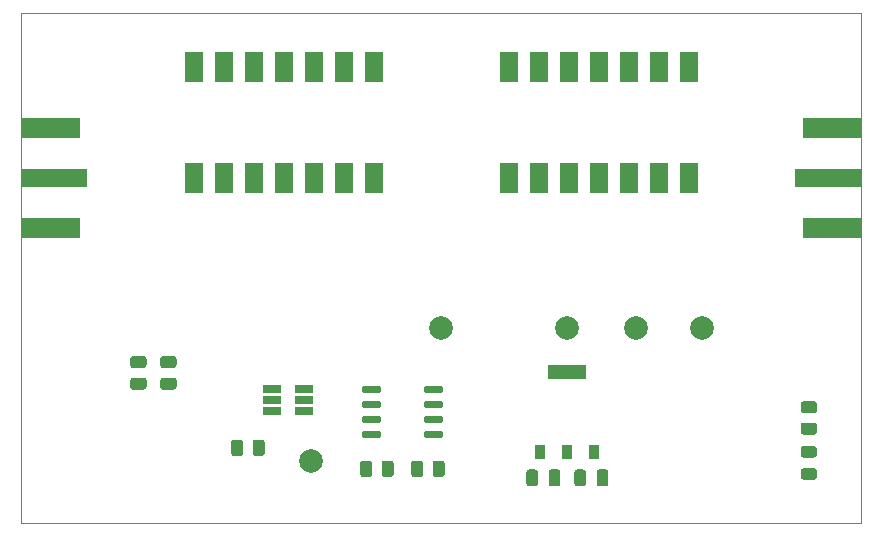
<source format=gtp>
%TF.GenerationSoftware,KiCad,Pcbnew,(5.1.10)-1*%
%TF.CreationDate,2021-05-13T13:34:22-04:00*%
%TF.ProjectId,Phase Shifter Module,50686173-6520-4536-9869-66746572204d,rev?*%
%TF.SameCoordinates,Original*%
%TF.FileFunction,Paste,Top*%
%TF.FilePolarity,Positive*%
%FSLAX46Y46*%
G04 Gerber Fmt 4.6, Leading zero omitted, Abs format (unit mm)*
G04 Created by KiCad (PCBNEW (5.1.10)-1) date 2021-05-13 13:34:22*
%MOMM*%
%LPD*%
G01*
G04 APERTURE LIST*
%TA.AperFunction,Profile*%
%ADD10C,0.050000*%
%TD*%
%ADD11C,2.000000*%
%ADD12R,5.600000X1.600000*%
%ADD13R,5.000000X1.800000*%
%ADD14R,1.560000X0.650000*%
%ADD15R,1.650000X2.540000*%
%ADD16R,3.200000X1.250000*%
%ADD17R,0.950000X1.250000*%
G04 APERTURE END LIST*
D10*
X175260000Y-76200000D02*
X104140000Y-76200000D01*
X175260000Y-119380000D02*
X175260000Y-76200000D01*
X104140000Y-119380000D02*
X175260000Y-119380000D01*
X104140000Y-76200000D02*
X104140000Y-119380000D01*
%TO.C,IC3*%
G36*
G01*
X138198000Y-108227000D02*
X138198000Y-107927000D01*
G75*
G02*
X138348000Y-107777000I150000J0D01*
G01*
X139698000Y-107777000D01*
G75*
G02*
X139848000Y-107927000I0J-150000D01*
G01*
X139848000Y-108227000D01*
G75*
G02*
X139698000Y-108377000I-150000J0D01*
G01*
X138348000Y-108377000D01*
G75*
G02*
X138198000Y-108227000I0J150000D01*
G01*
G37*
G36*
G01*
X138198000Y-109497000D02*
X138198000Y-109197000D01*
G75*
G02*
X138348000Y-109047000I150000J0D01*
G01*
X139698000Y-109047000D01*
G75*
G02*
X139848000Y-109197000I0J-150000D01*
G01*
X139848000Y-109497000D01*
G75*
G02*
X139698000Y-109647000I-150000J0D01*
G01*
X138348000Y-109647000D01*
G75*
G02*
X138198000Y-109497000I0J150000D01*
G01*
G37*
G36*
G01*
X138198000Y-110767000D02*
X138198000Y-110467000D01*
G75*
G02*
X138348000Y-110317000I150000J0D01*
G01*
X139698000Y-110317000D01*
G75*
G02*
X139848000Y-110467000I0J-150000D01*
G01*
X139848000Y-110767000D01*
G75*
G02*
X139698000Y-110917000I-150000J0D01*
G01*
X138348000Y-110917000D01*
G75*
G02*
X138198000Y-110767000I0J150000D01*
G01*
G37*
G36*
G01*
X138198000Y-112037000D02*
X138198000Y-111737000D01*
G75*
G02*
X138348000Y-111587000I150000J0D01*
G01*
X139698000Y-111587000D01*
G75*
G02*
X139848000Y-111737000I0J-150000D01*
G01*
X139848000Y-112037000D01*
G75*
G02*
X139698000Y-112187000I-150000J0D01*
G01*
X138348000Y-112187000D01*
G75*
G02*
X138198000Y-112037000I0J150000D01*
G01*
G37*
G36*
G01*
X132948000Y-112037000D02*
X132948000Y-111737000D01*
G75*
G02*
X133098000Y-111587000I150000J0D01*
G01*
X134448000Y-111587000D01*
G75*
G02*
X134598000Y-111737000I0J-150000D01*
G01*
X134598000Y-112037000D01*
G75*
G02*
X134448000Y-112187000I-150000J0D01*
G01*
X133098000Y-112187000D01*
G75*
G02*
X132948000Y-112037000I0J150000D01*
G01*
G37*
G36*
G01*
X132948000Y-110767000D02*
X132948000Y-110467000D01*
G75*
G02*
X133098000Y-110317000I150000J0D01*
G01*
X134448000Y-110317000D01*
G75*
G02*
X134598000Y-110467000I0J-150000D01*
G01*
X134598000Y-110767000D01*
G75*
G02*
X134448000Y-110917000I-150000J0D01*
G01*
X133098000Y-110917000D01*
G75*
G02*
X132948000Y-110767000I0J150000D01*
G01*
G37*
G36*
G01*
X132948000Y-109497000D02*
X132948000Y-109197000D01*
G75*
G02*
X133098000Y-109047000I150000J0D01*
G01*
X134448000Y-109047000D01*
G75*
G02*
X134598000Y-109197000I0J-150000D01*
G01*
X134598000Y-109497000D01*
G75*
G02*
X134448000Y-109647000I-150000J0D01*
G01*
X133098000Y-109647000D01*
G75*
G02*
X132948000Y-109497000I0J150000D01*
G01*
G37*
G36*
G01*
X132948000Y-108227000D02*
X132948000Y-107927000D01*
G75*
G02*
X133098000Y-107777000I150000J0D01*
G01*
X134448000Y-107777000D01*
G75*
G02*
X134598000Y-107927000I0J-150000D01*
G01*
X134598000Y-108227000D01*
G75*
G02*
X134448000Y-108377000I-150000J0D01*
G01*
X133098000Y-108377000D01*
G75*
G02*
X132948000Y-108227000I0J150000D01*
G01*
G37*
%TD*%
%TO.C,R2*%
G36*
G01*
X138157000Y-114357999D02*
X138157000Y-115258001D01*
G75*
G02*
X137907001Y-115508000I-249999J0D01*
G01*
X137381999Y-115508000D01*
G75*
G02*
X137132000Y-115258001I0J249999D01*
G01*
X137132000Y-114357999D01*
G75*
G02*
X137381999Y-114108000I249999J0D01*
G01*
X137907001Y-114108000D01*
G75*
G02*
X138157000Y-114357999I0J-249999D01*
G01*
G37*
G36*
G01*
X139982000Y-114357999D02*
X139982000Y-115258001D01*
G75*
G02*
X139732001Y-115508000I-249999J0D01*
G01*
X139206999Y-115508000D01*
G75*
G02*
X138957000Y-115258001I0J249999D01*
G01*
X138957000Y-114357999D01*
G75*
G02*
X139206999Y-114108000I249999J0D01*
G01*
X139732001Y-114108000D01*
G75*
G02*
X139982000Y-114357999I0J-249999D01*
G01*
G37*
%TD*%
%TO.C,R1*%
G36*
G01*
X133839000Y-114357999D02*
X133839000Y-115258001D01*
G75*
G02*
X133589001Y-115508000I-249999J0D01*
G01*
X133063999Y-115508000D01*
G75*
G02*
X132814000Y-115258001I0J249999D01*
G01*
X132814000Y-114357999D01*
G75*
G02*
X133063999Y-114108000I249999J0D01*
G01*
X133589001Y-114108000D01*
G75*
G02*
X133839000Y-114357999I0J-249999D01*
G01*
G37*
G36*
G01*
X135664000Y-114357999D02*
X135664000Y-115258001D01*
G75*
G02*
X135414001Y-115508000I-249999J0D01*
G01*
X134888999Y-115508000D01*
G75*
G02*
X134639000Y-115258001I0J249999D01*
G01*
X134639000Y-114357999D01*
G75*
G02*
X134888999Y-114108000I249999J0D01*
G01*
X135414001Y-114108000D01*
G75*
G02*
X135664000Y-114357999I0J-249999D01*
G01*
G37*
%TD*%
%TO.C,R6*%
G36*
G01*
X171265001Y-110090000D02*
X170364999Y-110090000D01*
G75*
G02*
X170115000Y-109840001I0J249999D01*
G01*
X170115000Y-109314999D01*
G75*
G02*
X170364999Y-109065000I249999J0D01*
G01*
X171265001Y-109065000D01*
G75*
G02*
X171515000Y-109314999I0J-249999D01*
G01*
X171515000Y-109840001D01*
G75*
G02*
X171265001Y-110090000I-249999J0D01*
G01*
G37*
G36*
G01*
X171265001Y-111915000D02*
X170364999Y-111915000D01*
G75*
G02*
X170115000Y-111665001I0J249999D01*
G01*
X170115000Y-111139999D01*
G75*
G02*
X170364999Y-110890000I249999J0D01*
G01*
X171265001Y-110890000D01*
G75*
G02*
X171515000Y-111139999I0J-249999D01*
G01*
X171515000Y-111665001D01*
G75*
G02*
X171265001Y-111915000I-249999J0D01*
G01*
G37*
%TD*%
%TO.C,D1*%
G36*
G01*
X171271250Y-113850000D02*
X170358750Y-113850000D01*
G75*
G02*
X170115000Y-113606250I0J243750D01*
G01*
X170115000Y-113118750D01*
G75*
G02*
X170358750Y-112875000I243750J0D01*
G01*
X171271250Y-112875000D01*
G75*
G02*
X171515000Y-113118750I0J-243750D01*
G01*
X171515000Y-113606250D01*
G75*
G02*
X171271250Y-113850000I-243750J0D01*
G01*
G37*
G36*
G01*
X171271250Y-115725000D02*
X170358750Y-115725000D01*
G75*
G02*
X170115000Y-115481250I0J243750D01*
G01*
X170115000Y-114993750D01*
G75*
G02*
X170358750Y-114750000I243750J0D01*
G01*
X171271250Y-114750000D01*
G75*
G02*
X171515000Y-114993750I0J-243750D01*
G01*
X171515000Y-115481250D01*
G75*
G02*
X171271250Y-115725000I-243750J0D01*
G01*
G37*
%TD*%
D11*
%TO.C,V_DAC1*%
X128651000Y-114173000D03*
%TD*%
%TO.C,V_Bias1*%
X139700000Y-102870000D03*
%TD*%
%TO.C,GND1*%
X156210000Y-102870000D03*
%TD*%
%TO.C,5V1*%
X150368000Y-102870000D03*
%TD*%
%TO.C,12V1*%
X161798000Y-102870000D03*
%TD*%
D12*
%TO.C,J2*%
X106940000Y-90170000D03*
D13*
X106640000Y-94420000D03*
X106640000Y-85920000D03*
%TD*%
D12*
%TO.C,J3*%
X172460000Y-90170000D03*
D13*
X172760000Y-85920000D03*
X172760000Y-94420000D03*
%TD*%
%TO.C,R5*%
G36*
G01*
X122917000Y-112579998D02*
X122917000Y-113480002D01*
G75*
G02*
X122667002Y-113730000I-249998J0D01*
G01*
X122141998Y-113730000D01*
G75*
G02*
X121892000Y-113480002I0J249998D01*
G01*
X121892000Y-112579998D01*
G75*
G02*
X122141998Y-112330000I249998J0D01*
G01*
X122667002Y-112330000D01*
G75*
G02*
X122917000Y-112579998I0J-249998D01*
G01*
G37*
G36*
G01*
X124742000Y-112579998D02*
X124742000Y-113480002D01*
G75*
G02*
X124492002Y-113730000I-249998J0D01*
G01*
X123966998Y-113730000D01*
G75*
G02*
X123717000Y-113480002I0J249998D01*
G01*
X123717000Y-112579998D01*
G75*
G02*
X123966998Y-112330000I249998J0D01*
G01*
X124492002Y-112330000D01*
G75*
G02*
X124742000Y-112579998I0J-249998D01*
G01*
G37*
%TD*%
D14*
%TO.C,IC1*%
X128096000Y-109916000D03*
X128096000Y-108966000D03*
X128096000Y-108016000D03*
X125396000Y-108016000D03*
X125396000Y-109916000D03*
X125396000Y-108966000D03*
%TD*%
D15*
%TO.C,U2*%
X145415000Y-90159200D03*
X147955000Y-90159200D03*
X150495000Y-90159200D03*
X153035000Y-90159200D03*
X155575000Y-90159200D03*
X158115000Y-90159200D03*
X160655000Y-90159200D03*
X160655000Y-80759200D03*
X158115000Y-80759200D03*
X155575000Y-80759200D03*
X153035000Y-80759200D03*
X150495000Y-80759200D03*
X147955000Y-80759200D03*
X145415000Y-80759200D03*
%TD*%
%TO.C,R4*%
G36*
G01*
X114496002Y-106280000D02*
X113595998Y-106280000D01*
G75*
G02*
X113346000Y-106030002I0J249998D01*
G01*
X113346000Y-105504998D01*
G75*
G02*
X113595998Y-105255000I249998J0D01*
G01*
X114496002Y-105255000D01*
G75*
G02*
X114746000Y-105504998I0J-249998D01*
G01*
X114746000Y-106030002D01*
G75*
G02*
X114496002Y-106280000I-249998J0D01*
G01*
G37*
G36*
G01*
X114496002Y-108105000D02*
X113595998Y-108105000D01*
G75*
G02*
X113346000Y-107855002I0J249998D01*
G01*
X113346000Y-107329998D01*
G75*
G02*
X113595998Y-107080000I249998J0D01*
G01*
X114496002Y-107080000D01*
G75*
G02*
X114746000Y-107329998I0J-249998D01*
G01*
X114746000Y-107855002D01*
G75*
G02*
X114496002Y-108105000I-249998J0D01*
G01*
G37*
%TD*%
%TO.C,R3*%
G36*
G01*
X117036002Y-106280000D02*
X116135998Y-106280000D01*
G75*
G02*
X115886000Y-106030002I0J249998D01*
G01*
X115886000Y-105504998D01*
G75*
G02*
X116135998Y-105255000I249998J0D01*
G01*
X117036002Y-105255000D01*
G75*
G02*
X117286000Y-105504998I0J-249998D01*
G01*
X117286000Y-106030002D01*
G75*
G02*
X117036002Y-106280000I-249998J0D01*
G01*
G37*
G36*
G01*
X117036002Y-108105000D02*
X116135998Y-108105000D01*
G75*
G02*
X115886000Y-107855002I0J249998D01*
G01*
X115886000Y-107329998D01*
G75*
G02*
X116135998Y-107080000I249998J0D01*
G01*
X117036002Y-107080000D01*
G75*
G02*
X117286000Y-107329998I0J-249998D01*
G01*
X117286000Y-107855002D01*
G75*
G02*
X117036002Y-108105000I-249998J0D01*
G01*
G37*
%TD*%
%TO.C,C1*%
G36*
G01*
X149786000Y-115095000D02*
X149786000Y-116045000D01*
G75*
G02*
X149536000Y-116295000I-250000J0D01*
G01*
X149036000Y-116295000D01*
G75*
G02*
X148786000Y-116045000I0J250000D01*
G01*
X148786000Y-115095000D01*
G75*
G02*
X149036000Y-114845000I250000J0D01*
G01*
X149536000Y-114845000D01*
G75*
G02*
X149786000Y-115095000I0J-250000D01*
G01*
G37*
G36*
G01*
X147886000Y-115095000D02*
X147886000Y-116045000D01*
G75*
G02*
X147636000Y-116295000I-250000J0D01*
G01*
X147136000Y-116295000D01*
G75*
G02*
X146886000Y-116045000I0J250000D01*
G01*
X146886000Y-115095000D01*
G75*
G02*
X147136000Y-114845000I250000J0D01*
G01*
X147636000Y-114845000D01*
G75*
G02*
X147886000Y-115095000I0J-250000D01*
G01*
G37*
%TD*%
%TO.C,C2*%
G36*
G01*
X153850000Y-115095000D02*
X153850000Y-116045000D01*
G75*
G02*
X153600000Y-116295000I-250000J0D01*
G01*
X153100000Y-116295000D01*
G75*
G02*
X152850000Y-116045000I0J250000D01*
G01*
X152850000Y-115095000D01*
G75*
G02*
X153100000Y-114845000I250000J0D01*
G01*
X153600000Y-114845000D01*
G75*
G02*
X153850000Y-115095000I0J-250000D01*
G01*
G37*
G36*
G01*
X151950000Y-115095000D02*
X151950000Y-116045000D01*
G75*
G02*
X151700000Y-116295000I-250000J0D01*
G01*
X151200000Y-116295000D01*
G75*
G02*
X150950000Y-116045000I0J250000D01*
G01*
X150950000Y-115095000D01*
G75*
G02*
X151200000Y-114845000I250000J0D01*
G01*
X151700000Y-114845000D01*
G75*
G02*
X151950000Y-115095000I0J-250000D01*
G01*
G37*
%TD*%
D16*
%TO.C,IC2*%
X150368000Y-106582000D03*
D17*
X152668000Y-113382000D03*
X150368000Y-113382000D03*
X148068000Y-113382000D03*
%TD*%
D15*
%TO.C,U1*%
X118745000Y-90159200D03*
X121285000Y-90159200D03*
X123825000Y-90159200D03*
X126365000Y-90159200D03*
X128905000Y-90159200D03*
X131445000Y-90159200D03*
X133985000Y-90159200D03*
X133985000Y-80759200D03*
X131445000Y-80759200D03*
X128905000Y-80759200D03*
X126365000Y-80759200D03*
X123825000Y-80759200D03*
X121285000Y-80759200D03*
X118745000Y-80759200D03*
%TD*%
M02*

</source>
